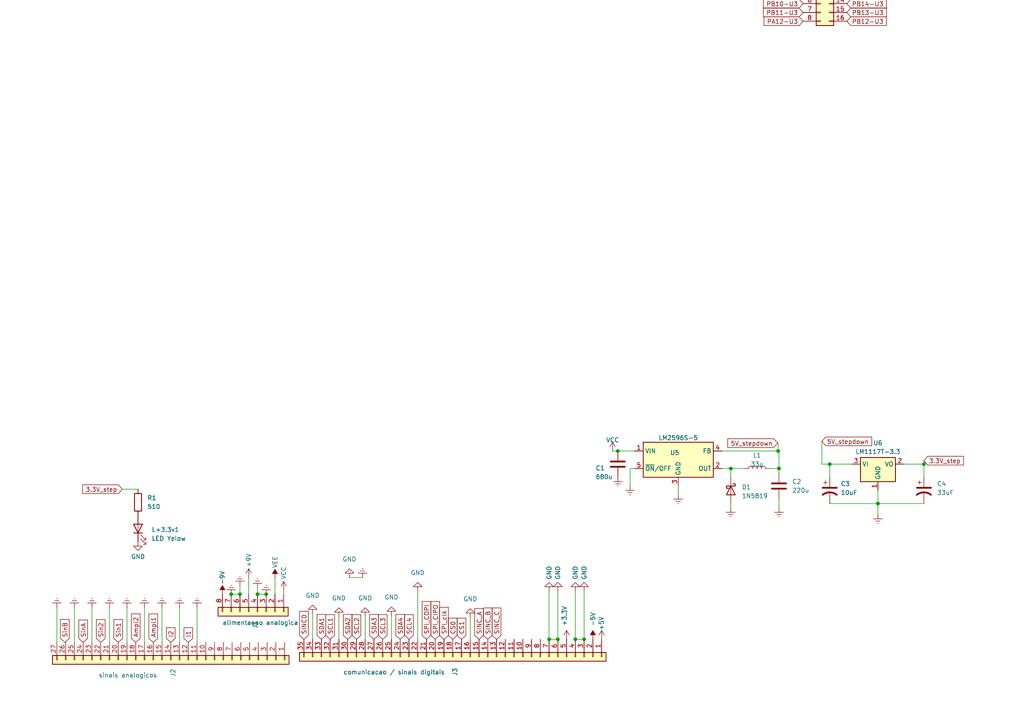
<source format=kicad_sch>
(kicad_sch (version 20230121) (generator eeschema)
  (paper "A4")
  (title_block (title "Placa de aquisicao STM32Bluepill") (date "2024-07-25") (rev "V01") (comment 1 "Autor: Gustavo Pinheiro") (comment 2 "Baseado no barramento V04") (comment 3 "Atenção: os sinais sinc_A , sinc_B e sinc_C foram adicionados ao barramento principal") (comment 4 "4 Canais + amplitude de corrente ou 8 canais"))
  (junction (at -23.9522 424.6372))
  (junction (at -42.418 419.735))
  (junction (at 69.5948 172.339))
  (junction (at 67.0548 172.339))
  (junction (at 254.635 146.05))
  (junction (at 225.679 130.81))
  (junction (at -39.243 445.77))
  (junction (at 179.197 130.81))
  (junction (at 29.591 398.78))
  (junction (at -146.9644 408.8892))
  (junction (at 43.053 398.78))
  (junction (at -29.083 429.26))
  (junction (at 77.2148 172.339))
  (junction (at 29.5402 424.1292))
  (junction (at 159.258 185.42))
  (junction (at -145.7452 383.9972))
  (junction (at 166.878 185.42))
  (junction (at -105.1052 386.6388))
  (junction (at -37.465 396.24))
  (junction (at 48.006 422.275))
  (junction (at 169.418 185.42))
  (junction (at 44.831 448.31))
  (junction (at 161.798 185.42))
  (junction (at 211.963 135.89))
  (junction (at 240.665 134.62))
  (junction (at 34.671 431.8))
  (junction (at -106.3244 411.5308))
  (junction (at 74.6748 172.339))
  (junction (at 225.933 135.89))
  (junction (at 267.97 134.62))
  (junction (at -24.003 396.24))
  (wire (pts (xy 209.423 130.81) (xy 225.679 130.81)))
  (wire (pts (xy 67.0548 172.339) (xy 69.5948 172.339)))
  (wire (pts (xy 44.831 448.31) (xy 48.641 448.31)))
  (wire (pts (xy 259.0292 516.7376) (xy 259.0292 514.9596)))
  (wire (pts (xy 16.51 176.149) (xy 16.51 186.309)))
  (wire (pts (xy 262.255 134.62) (xy 267.97 134.62)))
  (wire (pts (xy 101.346 167.513) (xy 105.156 167.513)))
  (wire (pts (xy 182.753 135.89) (xy 184.023 135.89)))
  (wire (pts (xy -19.7104 376.5296) (xy -19.7104 376.2248)))
  (wire (pts (xy 20.9296 376.4788) (xy 20.9296 376.2248)))
  (wire (pts (xy -106.3244 411.5308) (xy -105.41 411.5308)))
  (wire (pts (xy -105.1052 385.318) (xy -105.1052 386.6388)))
  (wire (pts (xy 72.1348 167.513) (xy 72.1348 172.339)))
  (wire (pts (xy 26.67 176.149) (xy 26.67 186.309)))
  (wire (pts (xy 254.635 142.24) (xy 254.635 146.05)))
  (wire (pts (xy 159.258 171.45) (xy 159.258 185.42)))
  (wire (pts (xy 209.423 135.89) (xy 211.963 135.89)))
  (wire (pts (xy 8.001 436.88) (xy 8.001 434.34)))
  (wire (pts (xy 21.59 396.24) (xy 43.053 396.24)))
  (wire (pts (xy 299.466 -28.9052) (xy 299.466 -30.6832)))
  (wire (pts (xy -24.003 429.26) (xy -23.9522 424.6372)))
  (wire (pts (xy 98.298 178.816) (xy 98.298 185.42)))
  (wire (pts (xy -99.2124 462.4832) (xy -99.2124 463.4992)))
  (wire (pts (xy 343.916 -79.9592) (xy 343.916 -78.9432)))
  (wire (pts (xy 34.671 436.88) (xy 8.001 436.88)))
  (wire (pts (xy -22.8854 424.6372) (xy -23.9522 424.6372)))
  (wire (pts (xy -146.9644 408.8892) (xy -146.9644 410.21)))
  (wire (pts (xy -106.3244 410.21) (xy -106.3244 411.5308)))
  (wire (pts (xy -145.7452 383.9972) (xy -147.32 383.9972)))
  (wire (pts (xy -104.1908 390.398) (xy -105.1052 390.398)))
  (wire (pts (xy 43.053 398.78) (xy 57.531 398.78)))
  (wire (pts (xy 21.59 398.78) (xy 29.591 398.78)))
  (wire (pts (xy 225.933 130.81) (xy 225.933 135.89)))
  (wire (pts (xy -20.2692 368.6048) (xy -19.7104 368.6048)))
  (wire (pts (xy 161.798 171.45) (xy 161.798 185.42)))
  (wire (pts (xy 74.6731 171.659) (xy 74.6748 171.659)))
  (wire (pts (xy -23.5712 373.6848) (xy -19.7104 373.6848)))
  (wire (pts (xy 21.59 176.149) (xy 21.59 186.309)))
  (wire (pts (xy -105.41 415.29) (xy -106.3244 415.29)))
  (wire (pts (xy 52.07 176.149) (xy 52.07 186.309)))
  (wire (pts (xy 44.831 448.31) (xy 44.831 450.85)))
  (wire (pts (xy -146.4564 387.858) (xy -145.7452 387.858)))
  (wire (pts (xy 303.4792 465.6836) (xy 303.4792 466.6996)))
  (wire (pts (xy 21.59 393.1412) (xy 21.59 393.7)))
  (wire (pts (xy 74.6731 170.4476) (xy 74.6731 171.659)))
  (wire (pts (xy 59.055 434.34) (xy 55.626 434.34)))
  (wire (pts (xy 29.591 431.8) (xy 34.671 431.8)))
  (wire (pts (xy -105.0544 381.0508) (xy -105.0544 382.778)))
  (wire (pts (xy -37.465 393.7) (xy -37.465 396.24)))
  (wire (pts (xy 20.9296 368.2492) (xy 20.9296 368.6048)))
  (wire (pts (xy 29.5402 424.1292) (xy 29.591 398.78)))
  (wire (pts (xy -145.7452 390.398) (xy -145.7452 391.0076)))
  (wire (pts (xy -37.465 396.24) (xy -53.34 396.24)))
  (wire (pts (xy -146.9644 408.8892) (xy -148.5392 408.8892)))
  (wire (pts (xy 69.5948 169.799) (xy 69.5948 172.339)))
  (wire (pts (xy -145.7452 382.778) (xy -145.7452 383.9972)))
  (wire (pts (xy 58.42 411.099) (xy 58.42 431.8)))
  (wire (pts (xy 254.635 146.05) (xy 267.97 146.05)))
  (wire (pts (xy -39.243 445.77) (xy -43.053 445.77)))
  (wire (pts (xy 238.379 134.62) (xy 240.665 134.62)))
  (wire (pts (xy -106.2736 405.9428) (xy -106.2736 407.67)))
  (wire (pts (xy 225.679 130.81) (xy 225.933 130.81)))
  (wire (pts (xy 225.679 128.524) (xy 225.552 128.524)))
  (wire (pts (xy 136.398 179.07) (xy 136.398 185.42)))
  (wire (pts (xy 57.15 176.149) (xy 57.15 186.309)))
  (wire (pts (xy 179.197 130.81) (xy 184.023 130.81)))
  (wire (pts (xy 79.755 167.6559) (xy 79.755 172.339)))
  (wire (pts (xy 211.963 147.32) (xy 211.963 146.05)))
  (wire (pts (xy -146.9644 407.67) (xy -146.9644 408.8892)))
  (wire (pts (xy -37.338 419.735) (xy -42.418 419.735)))
  (wire (pts (xy -146.9644 416.306) (xy -146.9644 415.29)))
  (wire (pts (xy 58.42 431.8) (xy 55.626 431.8)))
  (wire (pts (xy 240.665 138.43) (xy 240.665 134.62)))
  (wire (pts (xy -106.3244 411.5308) (xy -106.3244 412.75)))
  (wire (pts (xy 79.755 172.339) (xy 79.7548 172.339)))
  (wire (pts (xy 40.64 398.78) (xy 43.053 398.78)))
  (wire (pts (xy 166.878 185.42) (xy 169.418 185.42)))
  (wire (pts (xy 74.6748 171.659) (xy 74.6748 172.339)))
  (wire (pts (xy 48.641 448.31) (xy 48.641 445.135)))
  (wire (pts (xy -105.1052 382.778) (xy -105.0544 382.778)))
  (wire (pts (xy 41.021 448.31) (xy 41.021 445.135)))
  (wire (pts (xy -51.943 431.8) (xy -50.038 431.8)))
  (wire (pts (xy 36.83 176.149) (xy 36.83 186.309)))
  (wire (pts (xy -35.433 445.77) (xy -39.243 445.77)))
  (wire (pts (xy 21.8948 373.6848) (xy 20.9296 373.6848)))
  (wire (pts (xy 182.753 140.97) (xy 182.753 135.89)))
  (wire (pts (xy -21.844 398.78) (xy -19.05 398.78)))
  (wire (pts (xy -42.418 418.846) (xy -42.418 419.735)))
  (wire (pts (xy 254.635 146.05) (xy 254.635 149.225)))
  (wire (pts (xy 20.9296 371.1448) (xy 21.844 371.1448)))
  (wire (pts (xy 166.878 171.45) (xy 166.878 185.42)))
  (wire (pts (xy 105.918 178.816) (xy 105.918 185.42)))
  (wire (pts (xy 41.021 448.31) (xy 44.831 448.31)))
  (wire (pts (xy -43.053 445.77) (xy -43.053 442.595)))
  (wire (pts (xy 59.69 405.765) (xy 59.69 436.88)))
  (wire (pts (xy 225.933 147.32) (xy 225.933 144.78)))
  (wire (pts (xy 240.665 134.62) (xy 247.015 134.62)))
  (wire (pts (xy -22.2504 434.34) (xy -29.083 434.34)))
  (wire (pts (xy 267.97 134.62) (xy 267.97 138.43)))
  (wire (pts (xy 82.296 171.232) (xy 82.296 172.339)))
  (wire (pts (xy -39.243 445.77) (xy -39.243 448.31)))
  (wire (pts (xy 169.418 171.45) (xy 169.418 185.42)))
  (wire (pts (xy 34.671 431.8) (xy 34.671 434.34)))
  (wire (pts (xy 82.2948 172.339) (xy 82.296 172.339)))
  (wire (pts (xy 48.006 420.751) (xy 48.006 422.275)))
  (wire (pts (xy 211.963 135.89) (xy 211.963 138.43)))
  (wire (pts (xy -53.848 434.34) (xy -50.038 434.34)))
  (wire (pts (xy 177.673 130.81) (xy 179.197 130.81)))
  (wire (pts (xy 43.053 396.24) (xy 43.053 398.78)))
  (wire (pts (xy 59.69 436.88) (xy 55.626 436.88)))
  (wire (pts (xy 267.97 133.604) (xy 267.97 134.62)))
  (wire (pts (xy -106.3244 407.67) (xy -106.2736 407.67)))
  (wire (pts (xy 28.1178 424.1292) (xy 29.5402 424.1292)))
  (wire (pts (xy 159.258 185.42) (xy 161.798 185.42)))
  (wire (pts (xy -37.465 393.7) (xy -19.05 393.7)))
  (wire (pts (xy 19.05 186.309) (xy 18.796 186.309)))
  (wire (pts (xy -21.844 414.147) (xy -21.844 398.78)))
  (wire (pts (xy 40.0304 141.8844) (xy 35.4584 141.8844)))
  (wire (pts (xy -50.038 411.988) (xy -50.038 429.26)))
  (wire (pts (xy 29.591 431.8) (xy 29.5402 424.1292)))
  (wire (pts (xy -145.7452 383.9972) (xy -145.7452 385.318)))
  (wire (pts (xy -24.003 396.24) (xy -19.05 396.24)))
  (wire (pts (xy 21.59 412.877) (xy 21.59 401.32)))
  (wire (pts (xy 225.679 130.81) (xy 225.679 128.524)))
  (wire (pts (xy 225.933 135.89) (xy 225.933 137.16)))
  (wire (pts (xy 59.055 408.432) (xy 59.055 434.34)))
  (wire (pts (xy -147.7264 412.75) (xy -146.9644 412.75)))
  (wire (pts (xy 240.665 146.05) (xy 254.635 146.05)))
  (wire (pts (xy 29.591 398.78) (xy 33.02 398.78)))
  (wire (pts (xy 196.723 143.51) (xy 196.723 140.97)))
  (wire (pts (xy -35.052 396.24) (xy -37.465 396.24)))
  (wire (pts (xy 238.379 128.016) (xy 238.379 134.62)))
  (wire (pts (xy -105.1052 386.6388) (xy -105.1052 387.858)))
  (wire (pts (xy 74.6748 172.339) (xy 77.2148 172.339)))
  (wire (pts (xy -35.433 445.77) (xy -35.433 442.595)))
  (wire (pts (xy 42.926 422.275) (xy 48.006 422.275)))
  (wire (pts (xy 223.393 135.89) (xy 225.933 135.89)))
  (wire (pts (xy 90.678 178.054) (xy 90.678 185.42)))
  (wire (pts (xy -29.083 429.26) (xy -29.083 431.8)))
  (wire (pts (xy -143.6624 513.5372) (xy -143.6624 511.7592)))
  (wire (pts (xy 261.7216 -78.8416) (xy 261.7216 -77.8256)))
  (wire (pts (xy -19.05 401.32) (xy -19.05 403.225)))
  (wire (pts (xy -24.003 396.24) (xy -27.432 396.24)))
  (wire (pts (xy 41.91 176.149) (xy 41.91 186.309)))
  (wire (pts (xy 113.538 178.562) (xy 113.538 185.42)))
  (wire (pts (xy -53.848 406.908) (xy -53.848 434.34)))
  (wire (pts (xy 217.2716 -27.7876) (xy 217.2716 -29.5656)))
  (wire (pts (xy 31.75 176.149) (xy 31.75 186.309)))
  (wire (pts (xy -105.1052 386.6388) (xy -104.1908 386.6388)))
  (wire (pts (xy 211.963 135.89) (xy 215.773 135.89)))
  (wire (pts (xy 121.158 171.45) (xy 121.158 185.42)))
  (wire (pts (xy -24.003 429.26) (xy -29.083 429.26)))
  (wire (pts (xy -20.32 371.1448) (xy -19.7104 371.1448)))
  (wire (pts (xy 46.99 176.149) (xy 46.99 186.309)))
  (wire (pts (xy -51.943 409.448) (xy -51.943 431.8)))
  (wire (pts (xy -23.9522 424.6372) (xy -24.003 396.24)))
  (text "G  = -Rf/Rs\n" (at -5.08 422.402 0) (effects (font (size 1.27 1.27)) (justify left bottom)))
  (text "ganho_programavel\n" (at -63.5508 382.7272 0) (effects (font (size 1.27 1.27)) (justify left bottom)))
  (text "DigPot3\n" (at 34.544 419.735 0) (effects (font (size 1.27 1.27)) (justify left bottom)))
  (text "DigPot1\n" (at -35.687 417.703 0) (effects (font (size 1.27 1.27)) (justify left bottom)))
  (text "buffer entrada\n" (at -159.766 372.4148 0) (effects (font (size 1.27 1.27)) (justify left bottom)))
  (global_label "3.3V_step" (shape input) (at 267.97 133.604 0) (property "Intersheetrefs" "${INTERSHEET_REFS}" (effects hide)))
  (global_label "sign_C4" (shape input) (at 259.0292 497.1796 180) (property "Intersheetrefs" "${INTERSHEET_REFS}" (effects hide)))
  (global_label "Canal_3_buffer" (shape input) (at 14.2748 479.6028 90) (property "Intersheetrefs" "${INTERSHEET_REFS}" (effects hide)))
  (global_label "PA2-U3" (shape input) (at 232.918 -4.0132 180) (property "Intersheetrefs" "${INTERSHEET_REFS}" (effects hide)))
  (global_label "Pot1_CS_(X9c104)" (shape input) (at -53.848 406.908 0) (property "Intersheetrefs" "${INTERSHEET_REFS}" (effects hide)))
  (global_label "SINC_B" (shape input) (at 217.2716 -52.4256 180) (property "Intersheetrefs" "${INTERSHEET_REFS}" (effects hide)))
  (global_label "Pot3_X9c10x_U{slash}D" (shape input) (at -99.2124 486.3592 0) (property "Intersheetrefs" "${INTERSHEET_REFS}" (effects hide)))
  (global_label "PA10-U1" (shape input) (at -115.57 532.13 0) (property "Intersheetrefs" "${INTERSHEET_REFS}" (effects hide)))
  (global_label "SPI_clk" (shape input) (at 128.778 185.42 90) (property "Intersheetrefs" "${INTERSHEET_REFS}" (effects hide)))
  (global_label "sign_C5" (shape input) (at 57.15 -31.75 180) (property "Intersheetrefs" "${INTERSHEET_REFS}" (effects hide)))
  (global_label "PC13-U1" (shape input) (at -143.6624 466.0392 180) (property "Intersheetrefs" "${INTERSHEET_REFS}" (effects hide)))
  (global_label "I1" (shape input) (at 54.61 186.309 90) (property "Intersheetrefs" "${INTERSHEET_REFS}" (effects hide)))
  (global_label "Pot6_X9c10x_U{slash}D" (shape input) (at -3.048 -16.002 180) (property "Intersheetrefs" "${INTERSHEET_REFS}" (effects hide)))
  (global_label "PC15-U3" (shape input) (at 232.918 -6.5532 180) (property "Intersheetrefs" "${INTERSHEET_REFS}" (effects hide)))
  (global_label "PA9-U1" (shape input) (at -115.57 534.67 0) (property "Intersheetrefs" "${INTERSHEET_REFS}" (effects hide)))
  (global_label "PC14-U4" (shape input) (at 299.466 -73.8632 180) (property "Intersheetrefs" "${INTERSHEET_REFS}" (effects hide)))
  (global_label "PA8-U1" (shape input) (at -99.2124 501.5992 0) (property "Intersheetrefs" "${INTERSHEET_REFS}" (effects hide)))
  (global_label "PA11-U1" (shape input) (at -99.2124 493.9792 0) (property "Intersheetrefs" "${INTERSHEET_REFS}" (effects hide)))
  (global_label "Pot3_X9c10x_U{slash}D" (shape input) (at 74.5236 -59.436 0) (property "Intersheetrefs" "${INTERSHEET_REFS}" (effects hide)))
  (global_label "PA10-U3" (shape input) (at 245.618 -9.0932 0) (property "Intersheetrefs" "${INTERSHEET_REFS}" (effects hide)))
  (global_label "Pot8_CS_(X9c104)" (shape input) (at 9.652 -18.542 0) (property "Intersheetrefs" "${INTERSHEET_REFS}" (effects hide)))
  (global_label "PC15-U3" (shape input) (at 217.2716 -70.2056 180) (property "Intersheetrefs" "${INTERSHEET_REFS}" (effects hide)))
  (global_label "SCL1" (shape input) (at 343.916 -63.7032 0) (property "Intersheetrefs" "${INTERSHEET_REFS}" (effects hide)))
  (global_label "Canal_3" (shape input) (at -104.1908 390.398 0) (property "Intersheetrefs" "${INTERSHEET_REFS}" (effects hide)))
  (global_label "SDA3" (shape input) (at 108.458 185.42 90) (property "Intersheetrefs" "${INTERSHEET_REFS}" (effects hide)))
  (global_label "Pot8_X9c10x_INC" (shape input) (at 9.652 -13.462 0) (property "Intersheetrefs" "${INTERSHEET_REFS}" (effects hide)))
  (global_label "PC14-U3" (shape input) (at 232.918 -9.0932 180) (property "Intersheetrefs" "${INTERSHEET_REFS}" (effects hide)))
  (global_label "PB15-U3" (shape input) (at 261.7216 -37.1856 0) (property "Intersheetrefs" "${INTERSHEET_REFS}" (effects hide)))
  (global_label "Pot1_CS_(X9c104)" (shape input) (at 0.762 -56.642 180) (property "Intersheetrefs" "${INTERSHEET_REFS}" (effects hide)))
  (global_label "Pot7_X9c10x_U{slash}D" (shape input) (at 69.85 -24.13 0) (property "Intersheetrefs" "${INTERSHEET_REFS}" (effects hide)))
  (global_label "sign_C3" (shape input) (at 74.5236 -67.056 0) (property "Intersheetrefs" "${INTERSHEET_REFS}" (effects hide)))
  (global_label "PB14-U1" (shape input) (at -99.2124 506.6792 0) (property "Intersheetrefs" "${INTERSHEET_REFS}" (effects hide)))
  (global_label "CS1" (shape input) (at 133.858 185.42 90) (property "Intersheetrefs" "${INTERSHEET_REFS}" (effects hide)))
  (global_label "PA11-U1" (shape input) (at -115.57 529.59 0) (property "Intersheetrefs" "${INTERSHEET_REFS}" (effects hide)))
  (global_label "PA11-U4" (shape input) (at 343.916 -48.4632 0) (property "Intersheetrefs" "${INTERSHEET_REFS}" (effects hide)))
  (global_label "PB11-U2" (shape input) (at 274.32 549.91 180) (property "Intersheetrefs" "${INTERSHEET_REFS}" (effects hide)))
  (global_label "SDA2" (shape input) (at 100.838 185.42 90) (property "Intersheetrefs" "${INTERSHEET_REFS}" (effects hide)))
  (global_label "Pot7_X9c10x_INC" (shape input) (at 69.85 -21.59 0) (property "Intersheetrefs" "${INTERSHEET_REFS}" (effects hide)))
  (global_label "PB14-U3" (shape input) (at 245.618 1.0668 0) (property "Intersheetrefs" "${INTERSHEET_REFS}" (effects hide)))
  (global_label "Pot8_X9c10x_U{slash}D" (shape input) (at 9.652 -16.002 0) (property "Intersheetrefs" "${INTERSHEET_REFS}" (effects hide)))
  (global_label "PB11-U4" (shape input) (at 299.466 -40.8432 180) (property "Intersheetrefs" "${INTERSHEET_REFS}" (effects hide)))
  (global_label "PB12-U2" (shape input) (at 303.4792 514.9596 0) (property "Intersheetrefs" "${INTERSHEET_REFS}" (effects hide)))
  (global_label "PA2-U2" (shape input) (at 274.32 542.29 180) (property "Intersheetrefs" "${INTERSHEET_REFS}" (effects hide)))
  (global_label "PB15-U1" (shape input) (at -115.57 539.75 0) (property "Intersheetrefs" "${INTERSHEET_REFS}" (effects hide)))
  (global_label "Pot4_CS_(X9c104)" (shape input) (at 343.916 -71.3232 0) (property "Intersheetrefs" "${INTERSHEET_REFS}" (effects hide)))
  (global_label "PB13-U2" (shape input) (at 303.4792 512.4196 0) (property "Intersheetrefs" "${INTERSHEET_REFS}" (effects hide)))
  (global_label "PB14-U4" (shape input) (at 343.916 -35.7632 0) (property "Intersheetrefs" "${INTERSHEET_REFS}" (effects hide)))
  (global_label "PB15-U2" (shape input) (at 303.4792 507.3396 0) (property "Intersheetrefs" "${INTERSHEET_REFS}" (effects hide)))
  (global_label "Ampl2" (shape input) (at 217.2716 -57.5056 180) (property "Intersheetrefs" "${INTERSHEET_REFS}" (effects hide)))
  (global_label "sign_C6" (shape input) (at -3.048 -28.702 180) (property "Intersheetrefs" "${INTERSHEET_REFS}" (effects hide)))
  (global_label "Ampl1" (shape input) (at 44.45 186.309 90) (property "Intersheetrefs" "${INTERSHEET_REFS}" (effects hide)))
  (global_label "PA8-U3" (shape input) (at 261.7216 -39.7256 0) (property "Intersheetrefs" "${INTERSHEET_REFS}" (effects hide)))
  (global_label "sign_C2" (shape input) (at 61.8236 -64.516 180) (property "Intersheetrefs" "${INTERSHEET_REFS}" (effects hide)))
  (global_label "SDA1" (shape input) (at 93.218 185.42 90) (property "Intersheetrefs" "${INTERSHEET_REFS}" (effects hide)))
  (global_label "PC13-U3" (shape input) (at 232.918 -11.6332 180) (property "Intersheetrefs" "${INTERSHEET_REFS}" (effects hide)))
  (global_label "PB11-U2" (shape input) (at 259.0292 504.7996 180) (property "Intersheetrefs" "${INTERSHEET_REFS}" (effects hide)))
  (global_label "SINC_A" (shape input) (at 259.0292 489.5596 180) (property "Intersheetrefs" "${INTERSHEET_REFS}" (effects hide)))
  (global_label "PB12-U1" (shape input) (at -99.2124 511.7592 0) (property "Intersheetrefs" "${INTERSHEET_REFS}" (effects hide)))
  (global_label "PC14-U2" (shape input) (at 259.0292 471.7796 180) (property "Intersheetrefs" "${INTERSHEET_REFS}" (effects hide)))
  (global_label "Canal_3" (shape input) (at 10.16 506.73 90) (property "Intersheetrefs" "${INTERSHEET_REFS}" (effects hide)))
  (global_label "sign_C8" (shape input) (at 69.85 -29.21 0) (property "Intersheetrefs" "${INTERSHEET_REFS}" (effects hide)))
  (global_label "3.3V_step" (shape input) (at 35.4584 141.8844 180) (property "Intersheetrefs" "${INTERSHEET_REFS}" (effects hide)))
  (global_label "Canal_1_gain" (shape input) (at -20.2692 368.6048 180) (property "Intersheetrefs" "${INTERSHEET_REFS}" (effects hide)))
  (global_label "Pot7_X9c10x_INC" (shape input) (at 261.7216 -52.4256 0) (property "Intersheetrefs" "${INTERSHEET_REFS}" (effects hide)))
  (global_label "PC13-U3" (shape input) (at 217.2716 -75.2856 180) (property "Intersheetrefs" "${INTERSHEET_REFS}" (effects hide)))
  (global_label "sign_C6" (shape input) (at 57.15 -29.21 180) (property "Intersheetrefs" "${INTERSHEET_REFS}" (effects hide)))
  (global_label "PB10-U4" (shape input) (at 314.96 -1.27 180) (property "Intersheetrefs" "${INTERSHEET_REFS}" (effects hide)))
  (global_label "Canal_1" (shape input) (at -16.51 480.06 90) (property "Intersheetrefs" "${INTERSHEET_REFS}" (effects hide)))
  (global_label "In_gain_1" (shape input) (at -22.2504 434.34 0) (property "Intersheetrefs" "${INTERSHEET_REFS}" (effects hide)))
  (global_label "Pot7_CS_(X9c104)" (shape input) (at 261.7216 -57.5056 0) (property "Intersheetrefs" "${INTERSHEET_REFS}" (effects hide)))
  (global_label "Pot5_CS_(X9c104)" (shape input) (at 57.15 -26.67 180) (property "Intersheetrefs" "${INTERSHEET_REFS}" (effects hide)))
  (global_label "PA11-U2" (shape input) (at 287.02 534.67 0) (property "Intersheetrefs" "${INTERSHEET_REFS}" (effects hide)))
  (global_label "SINC_B" (shape input) (at 299.466 -53.5432 180) (property "Intersheetrefs" "${INTERSHEET_REFS}" (effects hide)))
  (global_label "Pot3_X9c10x_INC" (shape input) (at 261.7216 -60.0456 0) (property "Intersheetrefs" "${INTERSHEET_REFS}" (effects hide)))
  (global_label "In_gain_1" (shape input) (at -13.97 506.73 90) (property "Intersheetrefs" "${INTERSHEET_REFS}" (effects hide)))
  (global_label "Pot2_CS_(X9c104)" (shape input) (at 61.8236 -54.356 180) (property "Intersheetrefs" "${INTERSHEET_REFS}" (effects hide)))
  (global_label "Pot6_CS_(X9c104)" (shape input) (at -3.048 -18.542 180) (property "Intersheetrefs" "${INTERSHEET_REFS}" (effects hide)))
  (global_label "PA8-U2" (shape input) (at 287.02 542.29 0) (property "Intersheetrefs" "${INTERSHEET_REFS}" (effects hide)))
  (global_label "PA2-U4" (shape input) (at 314.96 -6.35 180) (property "Intersheetrefs" "${INTERSHEET_REFS}" (effects hide)))
  (global_label "PA11-U4" (shape input) (at 327.66 -13.97 0) (property "Intersheetrefs" "${INTERSHEET_REFS}" (effects hide)))
  (global_label "PA9-U3" (shape input) (at 261.7216 -42.2656 0) (property "Intersheetrefs" "${INTERSHEET_REFS}" (effects hide)))
  (global_label "sign_C3" (shape input) (at -222.25 448.31 90) (property "Intersheetrefs" "${INTERSHEET_REFS}" (effects hide)))
  (global_label "Pot8_X9c10x_U{slash}D" (shape input) (at 69.85 -16.51 0) (property "Intersheetrefs" "${INTERSHEET_REFS}" (effects hide)))
  (global_label "PB11-U1" (shape input) (at -128.27 544.83 180) (property "Intersheetrefs" "${INTERSHEET_REFS}" (effects hide)))
  (global_label "PA10-U3" (shape input) (at 261.7216 -44.8056 0) (property "Intersheetrefs" "${INTERSHEET_REFS}" (effects hide)))
  (global_label "SDA1" (shape input) (at 303.4792 479.3996 0) (property "Intersheetrefs" "${INTERSHEET_REFS}" (effects hide)))
  (global_label "Pot8_CS_(X9c104)" (shape input) (at 69.85 -19.05 0) (property "Intersheetrefs" "${INTERSHEET_REFS}" (effects hide)))
  (global_label "3.3V_step" (shape input) (at 303.4792 465.6836 0) (property "Intersheetrefs" "${INTERSHEET_REFS}" (effects hide)))
  (global_label "SINC_C" (shape input) (at 259.0292 494.6396 180) (property "Intersheetrefs" "${INTERSHEET_REFS}" (effects hide)))
  (global_label "Pot1_X9c10x_INC" (shape input) (at -99.2124 481.2792 0) (property "Intersheetrefs" "${INTERSHEET_REFS}" (effects hide)))
  (global_label "SINC_C" (shape input) (at 299.466 -51.0032 180) (property "Intersheetrefs" "${INTERSHEET_REFS}" (effects hide)))
  (global_label "Ampl1" (shape input) (at 217.2716 -65.1256 180) (property "Intersheetrefs" "${INTERSHEET_REFS}" (effects hide)))
  (global_label "Pot3_X9c10x_U{slash}D" (shape input) (at 261.7216 -67.6656 0) (property "Intersheetrefs" "${INTERSHEET_REFS}" (effects hide)))
  (global_label "PA12-U3" (shape input) (at 232.918 6.1468 180) (property "Intersheetrefs" "${INTERSHEET_REFS}" (effects hide)))
  (global_label "PA3_U4" (shape input) (at 314.96 -3.81 180) (property "Intersheetrefs" "${INTERSHEET_REFS}" (effects hide)))
  (global_label "sign_C3" (shape input) (at -143.6624 493.9792 180) (property "Intersheetrefs" "${INTERSHEET_REFS}" (effects hide)))
  (global_label "sign_C4" (shape input) (at -219.71 448.31 90) (property "Intersheetrefs" "${INTERSHEET_REFS}" (effects hide)))
  (global_label "Pot1_X9c10x_U{slash}D" (shape input) (at 0.762 -54.102 180) (property "Intersheetrefs" "${INTERSHEET_REFS}" (effects hide)))
  (global_label "sign_C4" (shape input) (at 13.462 -59.182 0) (property "Intersheetrefs" "${INTERSHEET_REFS}" (effects hide)))
  (global_label "Canal_1_buffer" (shape input) (at -11.43 506.73 90) (property "Intersheetrefs" "${INTERSHEET_REFS}" (effects hide)))
  (global_label "Ampl2" (shape input) (at 39.37 186.309 90) (property "Intersheetrefs" "${INTERSHEET_REFS}" (effects hide)))
  (global_label "PB15-U4" (shape input) (at 327.66 -3.81 0) (property "Intersheetrefs" "${INTERSHEET_REFS}" (effects hide)))
  (global_label "PC14-U1" (shape input) (at -143.6624 468.5792 180) (property "Intersheetrefs" "${INTERSHEET_REFS}" (effects hide)))
  (global_label "SINC_B" (shape input) (at -143.6624 488.8992 180) (property "Intersheetrefs" "${INTERSHEET_REFS}" (effects hide)))
  (global_label "Pot6_X9c10x_U{slash}D" (shape input) (at 303.4792 489.5596 0) (property "Intersheetrefs" "${INTERSHEET_REFS}" (effects hide)))
  (global_label "Pot3_CS_(X9c104)" (shape input) (at 74.5236 -61.976 0) (property "Intersheetrefs" "${INTERSHEET_REFS}" (effects hide)))
  (global_label "PB13-U1" (shape input) (at -115.57 544.83 0) (property "Intersheetrefs" "${INTERSHEET_REFS}" (effects hide)))
  (global_label "SINCD" (shape input) (at -143.6624 496.5192 180) (property "Intersheetrefs" "${INTERSHEET_REFS}" (effects hide)))
  (global_label "Ampl1" (shape input) (at 259.0292 479.3996 180) (property "Intersheetrefs" "${INTERSHEET_REFS}" (effects hide)))
  (global_label "PA2-U4" (shape input) (at 299.466 -63.7032 180) (property "Intersheetrefs" "${INTERSHEET_REFS}" (effects hide)))
  (global_label "Pot4_X9c10x_INC" (shape input) (at 74.5236 -49.276 0) (property "Intersheetrefs" "${INTERSHEET_REFS}" (effects hide)))
  (global_label "3.3V_step" (shape input) (at 261.7216 -78.8416 0) (property "Intersheetrefs" "${INTERSHEET_REFS}" (effects hide)))
  (global_label "sign_C7" (shape input) (at 69.85 -31.75 0) (property "Intersheetrefs" "${INTERSHEET_REFS}" (effects hide)))
  (global_label "PC15-U1" (shape input) (at -143.6624 471.1192 180) (property "Intersheetrefs" "${INTERSHEET_REFS}" (effects hide)))
  (global_label "PA9-U4" (shape input) (at 327.66 -8.89 0) (property "Intersheetrefs" "${INTERSHEET_REFS}" (effects hide)))
  (global_label "PC14-U2" (shape input) (at 274.32 537.21 180) (property "Intersheetrefs" "${INTERSHEET_REFS}" (effects hide)))
  (global_label "5V_stepdown" (shape input) (at 238.379 128.016 0) (property "Intersheetrefs" "${INTERSHEET_REFS}" (effects hide)))
  (global_label "Ampl1" (shape input) (at 299.466 -66.2432 180) (property "Intersheetrefs" "${INTERSHEET_REFS}" (effects hide)))
  (global_label "Pot4_CS_(X9c104)" (shape input) (at 13.462 -49.022 0) (property "Intersheetrefs" "${INTERSHEET_REFS}" (effects hide)))
  (global_label "Pot7_X9c10x_U{slash}D" (shape input) (at 9.652 -23.622 0) (property "Intersheetrefs" "${INTERSHEET_REFS}" (effects hide)))
  (global_label "PB12-U4" (shape input) (at 343.916 -30.6832 0) (property "Intersheetrefs" "${INTERSHEET_REFS}" (effects hide)))
  (global_label "Pot1_X9c10x_INC" (shape input) (at -50.038 411.988 0) (property "Intersheetrefs" "${INTERSHEET_REFS}" (effects hide)))
  (global_label "Pot7_CS_(X9c104)" (shape input) (at 69.85 -26.67 0) (property "Intersheetrefs" "${INTERSHEET_REFS}" (effects hide)))
  (global_label "Pot3_X9c10x_U{slash}D" (shape input) (at 59.055 408.432 180) (property "Intersheetrefs" "${INTERSHEET_REFS}" (effects hide)))
  (global_label "SCL2" (shape input) (at 103.378 185.42 90) (property "Intersheetrefs" "${INTERSHEET_REFS}" (effects hide)))
  (global_label "Canal_3_buffer" (shape input) (at -104.1908 386.6388 0) (property "Intersheetrefs" "${INTERSHEET_REFS}" (effects hide)))
  (global_label "Pot5_X9c10x_U{slash}D" (shape input) (at 57.15 -24.13 180) (property "Intersheetrefs" "${INTERSHEET_REFS}" (effects hide)))
  (global_label "PB13-U4" (shape input) (at 343.916 -33.2232 0) (property "Intersheetrefs" "${INTERSHEET_REFS}" (effects hide)))
  (global_label "SCL3" (shape input) (at 110.998 185.42 90) (property "Intersheetrefs" "${INTERSHEET_REFS}" (effects hide)))
  (global_label "PA12-U2" (shape input) (at 303.4792 494.6396 0) (property "Intersheetrefs" "${INTERSHEET_REFS}" (effects hide)))
  (global_label "SINC_A" (shape input) (at 299.466 -56.0832 180) (property "Intersheetrefs" "${INTERSHEET_REFS}" (effects hide)))
  (global_label "PA2-U1" (shape input) (at -143.6624 478.7392 180) (property "Intersheetrefs" "${INTERSHEET_REFS}" (effects hide)))
  (global_label "Pot8_X9c10x_U{slash}D" (shape input) (at 343.916 -56.0832 0) (property "Intersheetrefs" "${INTERSHEET_REFS}" (effects hide)))
  (global_label "Sin2" (shape input) (at 29.21 186.309 90) (property "Intersheetrefs" "${INTERSHEET_REFS}" (effects hide)))
  (global_label "PB15-U3" (shape input) (at 245.618 -1.4732 0) (property "Intersheetrefs" "${INTERSHEET_REFS}" (effects hide)))
  (global_label "Pot3_CS_(X9c104)" (shape input) (at 261.7216 -70.2056 0) (property "Intersheetrefs" "${INTERSHEET_REFS}" (effects hide)))
  (global_label "SINC_B" (shape input) (at 259.0292 492.0996 180) (property "Intersheetrefs" "${INTERSHEET_REFS}" (effects hide)))
  (global_label "5V_stepdown" (shape input) (at 225.552 128.524 180) (property "Intersheetrefs" "${INTERSHEET_REFS}" (effects hide)))
  (global_label "PC13-U4" (shape input) (at 299.466 -76.4032 180) (property "Intersheetrefs" "${INTERSHEET_REFS}" (effects hide)))
  (global_label "Pot1_X9c10x_INC" (shape input) (at 0.762 -51.562 180) (property "Intersheetrefs" "${INTERSHEET_REFS}" (effects hide)))
  (global_label "auxiliar_3" (shape input) (at 28.1178 424.1292 180) (property "Intersheetrefs" "${INTERSHEET_REFS}" (effects hide)))
  (global_label "Pot7_CS_(X9c104)" (shape input) (at 9.652 -26.162 0) (property "Intersheetrefs" "${INTERSHEET_REFS}" (effects hide)))
  (global_label "SINC_A" (shape input) (at 138.938 185.42 90) (property "Intersheetrefs" "${INTERSHEET_REFS}" (effects hide)))
  (global_label "PC13-U4" (shape input) (at 314.96 -13.97 180) (property "Intersheetrefs" "${INTERSHEET_REFS}" (effects hide)))
  (global_label "SINCD" (shape input) (at 259.0292 499.7196 180) (property "Intersheetrefs" "${INTERSHEET_REFS}" (effects hide)))
  (global_label "PB10-U4" (shape input) (at 299.466 -43.3832 180) (property "Intersheetrefs" "${INTERSHEET_REFS}" (effects hide)))
  (global_label "Pot1_X9c10x_U{slash}D" (shape input) (at -99.2124 473.6592 0) (property "Intersheetrefs" "${INTERSHEET_REFS}" (effects hide)))
  (global_label "sign_C1" (shape input) (at -227.33 448.31 90) (property "Intersheetrefs" "${INTERSHEET_REFS}" (effects hide)))
  (global_label "PA2-U1" (shape input) (at -128.27 537.21 180) (property "Intersheetrefs" "${INTERSHEET_REFS}" (effects hide)))
  (global_label "Pot2_X9c10x_INC" (shape input) (at 303.4792 484.4796 0) (property "Intersheetrefs" "${INTERSHEET_REFS}" (effects hide)))
  (global_label "PA9-U4" (shape input) (at 343.916 -43.3832 0) (property "Intersheetrefs" "${INTERSHEET_REFS}" (effects hide)))
  (global_label "Pot3_X9c10x_INC" (shape input) (at -99.2124 488.8992 0) (property "Intersheetrefs" "${INTERSHEET_REFS}" (effects hide)))
  (global_label "SCL4" (shape input) (at 118.618 185.42 90) (property "Intersheetrefs" "${INTERSHEET_REFS}" (effects hide)))
  (global_label "Canal_3_buffer" (shape input) (at -105.41 411.5308 0) (property "Intersheetrefs" "${INTERSHEET_REFS}" (effects hide)))
  (global_label "sign_C2" (shape input) (at -224.79 448.31 90) (property "Intersheetrefs" "${INTERSHEET_REFS}" (effects hide)))
  (global_label "PA11-U2" (shape input) (at 303.4792 497.1796 0) (property "Intersheetrefs" "${INTERSHEET_REFS}" (effects hide)))
  (global_label "sign_C7" (shape input) (at 217.2716 -47.3456 180) (property "Intersheetrefs" "${INTERSHEET_REFS}" (effects hide)))
  (global_label "sign_C5" (shape input) (at -3.048 -31.242 180) (property "Intersheetrefs" "${INTERSHEET_REFS}" (effects hide)))
  (global_label "PB14-U1" (shape input) (at -115.57 542.29 0) (property "Intersheetrefs" "${INTERSHEET_REFS}" (effects hide)))
  (global_label "SPI_CIPO" (shape input) (at 126.238 185.42 90) (property "Intersheetrefs" "${INTERSHEET_REFS}" (effects hide)))
  (global_label "3.3V_step" (shape input) (at -99.2124 462.4832 0) (property "Intersheetrefs" "${INTERSHEET_REFS}" (effects hide)))
  (global_label "In_gain_3" (shape input) (at 8.001 434.34 180) (property "Intersheetrefs" "${INTERSHEET_REFS}" (effects hide)))
  (global_label "sign_C2" (shape input) (at 259.0292 476.8596 180) (property "Intersheetrefs" "${INTERSHEET_REFS}" (effects hide)))
  (global_label "PA3_U1" (shape input) (at -128.27 539.75 180) (property "Intersheetrefs" "${INTERSHEET_REFS}" (effects hide)))
  (global_label "Canal_1_buffer" (shape input) (at -147.32 383.9972 180) (property "Intersheetrefs" "${INTERSHEET_REFS}" (effects hide)))
  (global_label "Canal_3" (shape input) (at 9.1948 479.6028 90) (property "Intersheetrefs" "${INTERSHEET_REFS}" (effects hide)))
  (global_label "PA3_U2" (shape input) (at 259.0292 484.4796 180) (property "Intersheetrefs" "${INTERSHEET_REFS}" (effects hide)))
  (global_label "Pot3_X9c10x_INC" (shape input) (at 13.462 -51.562 0) (property "Intersheetrefs" "${INTERSHEET_REFS}" (effects hide)))
  (global_label "SinA" (shape input) (at 24.13 186.309 90) (property "Intersheetrefs" "${INTERSHEET_REFS}" (effects hide)))
  (global_label "Canal_3_buffer" (shape input) (at 15.24 506.73 90) (property "Intersheetrefs" "${INTERSHEET_REFS}" (effects hide)))
  (global_label "sign_C1" (shape input) (at 61.8236 -67.056 180) (property "Intersheetrefs" "${INTERSHEET_REFS}" (effects hide)))
  (global_label "SINC_A" (shape input) (at -143.6624 486.3592 180) (property "Intersheetrefs" "${INTERSHEET_REFS}" (effects hide)))
  (global_label "SCL1" (shape input) (at 261.7216 -62.5856 0) (property "Intersheetrefs" "${INTERSHEET_REFS}" (effects hide)))
  (global_label "PC14-U3" (shape input) (at 217.2716 -72.7456 180) (property "Intersheetrefs" "${INTERSHEET_REFS}" (effects hide)))
  (global_label "Canal_1_buffer" (shape input) (at -11.43 480.06 90) (property "Intersheetrefs" "${INTERSHEET_REFS}" (effects hide)))
  (global_label "SINCD" (shape input) (at 88.138 185.42 90) (property "Intersheetrefs" "${INTERSHEET_REFS}" (effects hide)))
  (global_label "PB13-U1" (shape input) (at -99.2124 509.2192 0) (property "Intersheetrefs" "${INTERSHEET_REFS}" (effects hide)))
  (global_label "Pot7_X9c10x_U{slash}D" (shape input) (at 261.7216 -54.9656 0) (property "Intersheetrefs" "${INTERSHEET_REFS}" (effects hide)))
  (global_label "Pot4_X9c10x_U{slash}D" (shape input) (at 74.5236 -51.816 0) (property "Intersheetrefs" "${INTERSHEET_REFS}" (effects hide)))
  (global_label "SDA1" (shape input) (at 261.7216 -65.1256 0) (property "Intersheetrefs" "${INTERSHEET_REFS}" (effects hide)))
  (global_label "PA12-U1" (shape input) (at -99.2124 491.4392 0) (property "Intersheetrefs" "${INTERSHEET_REFS}" (effects hide)))
  (global_label "PA11-U3" (shape input) (at 261.7216 -47.3456 0) (property "Intersheetrefs" "${INTERSHEET_REFS}" (effects hide)))
  (global_label "SCL1" (shape input) (at -99.2124 478.7392 0) (property "Intersheetrefs" "${INTERSHEET_REFS}" (effects hide)))
  (global_label "Pot1_CS_(X9c104)" (shape input) (at 61.8236 -61.976 180) (property "Intersheetrefs" "${INTERSHEET_REFS}" (effects hide)))
  (global_label "SINCD" (shape input) (at 299.466 -45.9232 180) (property "Intersheetrefs" "${INTERSHEET_REFS}" (effects hide)))
  (global_label "Canal_1_gain" (shape input) (at -53.34 396.24 180) (property "Intersheetrefs" "${INTERSHEET_REFS}" (effects hide)))
  (global_label "PB15-U1" (shape input) (at -99.2124 504.1392 0) (property "Intersheetrefs" "${INTERSHEET_REFS}" (effects hide)))
  (global_label "sign_C4" (shape input) (at 74.5236 -64.516 0) (property "Intersheetrefs" "${INTERSHEET_REFS}" (effects hide)))
  (global_label "Pot2_X9c10x_INC" (shape input) (at 61.8236 -49.276 180) (property "Intersheetrefs" "${INTERSHEET_REFS}" (effects hide)))
  (global_label "PA10-U4" (shape input) (at 343.916 -45.9232 0) (property "Intersheetrefs" "${INTERSHEET_REFS}" (effects hide)))
  (global_label "SINC_C" (shape input) (at -143.6624 491.4392 180) (property "Intersheetrefs" "${INTERSHEET_REFS}" (effects hide)))
  (global_label "PC15-U2" (shape input) (at 274.32 539.75 180) (property "Intersheetrefs" "${INTERSHEET_REFS}" (effects hide)))
  (global_label "PA9-U2" (shape input) (at 303.4792 502.2596 0) (property "Intersheetrefs" "${INTERSHEET_REFS}" (effects hide)))
  (global_label "Pot5_X9c10x_INC" (shape input) (at -3.048 -21.082 180) (property "Intersheetrefs" "${INTERSHEET_REFS}" (effects hide)))
  (global_label "Pot2_X9c10x_U{slash}D" (shape input) (at 61.8236 -51.816 180) (property "Intersheetrefs" "${INTERSHEET_REFS}" (effects hide)))
  (global_label "PA8-U1" (shape input) (at -115.57 537.21 0) (property "Intersheetrefs" "${INTERSHEET_REFS}" (effects hide)))
  (global_label "Pot2_CS_(X9c104)" (shape input) (at 303.4792 474.3196 0) (property "Intersheetrefs" "${INTERSHEET_REFS}" (effects hide)))
  (global_label "PB10-U3" (shape input) (at 217.2716 -42.2656 180) (property "Intersheetrefs" "${INTERSHEET_REFS}" (effects hide)))
  (global_label "PA8-U4" (shape input) (at 343.916 -40.8432 0) (property "Intersheetrefs" "${INTERSHEET_REFS}" (effects hide)))
  (global_label "Ampl2" (shape input) (at -143.6624 483.8192 180) (property "Intersheetrefs" "${INTERSHEET_REFS}" (effects hide)))
  (global_label "Pot6_CS_(X9c104)" (shape input) (at 303.4792 487.0196 0) (property "Intersheetrefs" "${INTERSHEET_REFS}" (effects hide)))
  (global_label "Pot2_CS_(X9c104)" (shape input) (at 0.762 -49.022 180) (property "Intersheetrefs" "${INTERSHEET_REFS}" (effects hide)))
  (global_label "PA9-U3" (shape input) (at 245.618 -6.5532 0) (property "Intersheetrefs" "${INTERSHEET_REFS}" (effects hide)))
  (global_label "SDA1" (shape input) (at 343.916 -66.2432 0) (property "Intersheetrefs" "${INTERSHEET_REFS}" (effects hide)))
  (global_label "Canal_1" (shape input) (at -146.4564 387.858 180) (property "Intersheetrefs" "${INTERSHEET_REFS}" (effects hide)))
  (global_label "SINC_C" (shape input) (at 217.2716 -49.8856 180) (property "Intersheetrefs" "${INTERSHEET_REFS}" (effects hide)))
  (global_label "Pot4_X9c10x_INC" (shape input) (at 343.916 -61.1632 0) (property "Intersheetrefs" "${INTERSHEET_REFS}" (effects hide)))
  (global_label "I2" (shape input) (at 49.53 186.309 90) (property "Intersheetrefs" "${INTERSHEET_REFS}" (effects hide)))
  (global_label "PA10-U2" (shape input) (at 287.02 537.21 0) (property "Intersheetrefs" "${INTERSHEET_REFS}" (effects hide)))
  (global_label "Pot6_X9c10x_INC" (shape input) (at 303.4792 492.0996 0) (property "Intersheetrefs" "${INTERSHEET_REFS}" (effects hide)))
  (global_label "SINC_A" (shape input) (at 217.2716 -54.9656 180) (property "Intersheetrefs" "${INTERSHEET_REFS}" (effects hide)))
  (global_label "SINC_C" (shape input) (at 144.018 185.42 90) (property "Intersheetrefs" "${INTERSHEET_REFS}" (effects hide)))
  (global_label "PB11-U3" (shape input) (at 217.2716 -39.7256 180) (property "Intersheetrefs" "${INTERSHEET_REFS}" (effects hide)))
  (global_label "SINCD" (shape input) (at 217.2716 -44.8056 180) (property "Intersheetrefs" "${INTERSHEET_REFS}" (effects hide)))
  (global_label "Pot8_X9c10x_INC" (shape input) (at 69.85 -13.97 0) (property "Intersheetrefs" "${INTERSHEET_REFS}" (effects hide)))
  (global_label "Pot6_X9c10x_INC" (shape input) (at -3.048 -13.462 180) (property "Intersheetrefs" "${INTERSHEET_REFS}" (effects hide)))
  (global_label "sign_C2" (shape input) (at 0.762 -59.182 180) (property "Intersheetrefs" "${INTERSHEET_REFS}" (effects hide)))
  (global_label "PB10-U1" (shape input) (at -128.27 542.29 180) (property "Intersheetrefs" "${INTERSHEET_REFS}" (effects hide)))
  (global_label "Pot4_CS_(X9c104)" (shape input) (at 74.5236 -54.356 0) (property "Intersheetrefs" "${INTERSHEET_REFS}" (effects hide)))
  (global_label "PC15-U4" (shape input) (at 299.466 -71.3232 180) (property "Intersheetrefs" "${INTERSHEET_REFS}" (effects hide)))
  (global_label "PC15-U1" (shape input) (at -128.27 534.67 180) (property "Intersheetrefs" "${INTERSHEET_REFS}" (effects hide)))
  (global_label "In_gain_3" (shape input) (at 12.7 506.73 90) (property "Intersheetrefs" "${INTERSHEET_REFS}" (effects hide)))
  (global_label "Pot1_X9c10x_INC" (shape input) (at 61.8236 -56.896 180) (property "Intersheetrefs" "${INTERSHEET_REFS}" (effects hide)))
  (global_label "PB14-U2" (shape input) (at 287.02 547.37 0) (property "Intersheetrefs" "${INTERSHEET_REFS}" (effects hide)))
  (global_label "Pot2_X9c10x_INC" (shape input) (at 0.762 -43.942 180) (property "Intersheetrefs" "${INTERSHEET_REFS}" (effects hide)))
  (global_label "PA3_U1" (shape input) (at -143.6624 481.2792 180) (property "Intersheetrefs" "${INTERSHEET_REFS}" (effects hide)))
  (global_label "PA10-U4" (shape input) (at 327.66 -11.43 0) (property "Intersheetrefs" "${INTERSHEET_REFS}" (effects hide)))
  (global_label "PB12-U3" (shape input) (at 245.618 6.1468 0) (property "Intersheetrefs" "${INTERSHEET_REFS}" (effects hide)))
  (global_label "PB12-U1" (shape input) (at -115.57 547.37 0) (property "Intersheetrefs" "${INTERSHEET_REFS}" (effects hide)))
  (global_label "PB12-U2" (shape input) (at 287.02 552.45 0) (property "Intersheetrefs" "${INTERSHEET_REFS}" (effects hide)))
  (global_label "Pot3_CS_(X9c104)" (shape input) (at -99.2124 483.8192 0) (property "Intersheetrefs" "${INTERSHEET_REFS}" (effects hide)))
  (global_label "sign_C8" (shape input) (at 299.466 -48.4632 180) (property "Intersheetrefs" "${INTERSHEET_REFS}" (effects hide)))
  (global_label "sign_C7" (shape input) (at 9.652 -31.242 0) (property "Intersheetrefs" "${INTERSHEET_REFS}" (effects hide)))
  (global_label "Pot4_X9c10x_INC" (shape input) (at 13.462 -43.942 0) (property "Intersheetrefs" "${INTERSHEET_REFS}" (effects hide)))
  (global_label "sign_C8" (shape input) (at 9.652 -28.702 0) (property "Intersheetrefs" "${INTERSHEET_REFS}" (effects hide)))
  (global_label "PA8-U4" (shape input) (at 327.66 -6.35 0) (property "Intersheetrefs" "${INTERSHEET_REFS}" (effects hide)))
  (global_label "sign_C1" (shape input) (at -143.6624 473.6592 180) (property "Intersheetrefs" "${INTERSHEET_REFS}" (effects hide)))
  (global_label "PB14-U3" (shape input) (at 261.7216 -34.6456 0) (property "Intersheetrefs" "${INTERSHEET_REFS}" (effects hide)))
  (global_label "auxiliar_1" (shape input) (at -22.8854 424.6372 0) (property "Intersheetrefs" "${INTERSHEET_REFS}" (effects hide)))
  (global_label "CS0" (shape input) (at 131.318 185.42 90) (property "Intersheetrefs" "${INTERSHEET_REFS}" (effects hide)))
  (global_label "PA10-U1" (shape input) (at -99.2124 496.5192 0) (property "Intersheetrefs" "${INTERSHEET_REFS}" (effects hide)))
  (global_label "Pot3_CS_(X9c104)" (shape input) (at 59.69 405.765 180) (property "Intersheetrefs" "${INTERSHEET_REFS}" (effects hide)))
  (global_label "Pot2_X9c10x_U{slash}D" (shape input) (at 303.4792 476.8596 0) (property "Intersheetrefs" "${INTERSHEET_REFS}" (effects hide)))
  (global_label "PB15-U2" (shape input) (at 287.02 544.83 0) (property "Intersheetrefs" "${INTERSHEET_REFS}" (effects hide)))
  (global_label "In_gain_1" (shape input) (at -13.97 480.06 90) (property "Intersheetrefs" "${INTERSHEET_REFS}" (effects hide)))
  (global_label "Pot5_CS_(X9c104)" (shape input) (at -3.048 -26.162 180) (property "Intersheetrefs" "${INTERSHEET_REFS}" (effects hide)))
  (global_label "PC13-U1" (shape input) (at -128.27 529.59 180) (property "Intersheetrefs" "${INTERSHEET_REFS}" (effects hide)))
  (global_label "PB10-U3" (shape input) (at 232.918 1.0668 180) (property "Intersheetrefs" "${INTERSHEET_REFS}" (effects hide)))
  (global_label "Canal_3_gain" (shape input) (at 57.531 398.78 0) (property "Intersheetrefs" "${INTERSHEET_REFS}" (effects hide)))
  (global_label "PA12-U3" (shape input) (at 261.7216 -49.8856 0) (property "Intersheetrefs" "${INTERSHEET_REFS}" (effects hide)))
  (global_label "PB11-U4" (shape input) (at 314.96 1.27 180) (property "Intersheetrefs" "${INTERSHEET_REFS}" (effects hide)))
  (global_label "Pot8_CS_(X9c104)" (shape input) (at 343.916 -58.6232 0) (property "Intersheetrefs" "${INTERSHEET_REFS}" (effects hide)))
  (global_label "Pot8_X9c10x_INC" (shape input) (at 343.916 -53.5432 0) (property "Intersheetrefs" "${INTERSHEET_REFS}" (effects hide)))
  (global_label "Pot5_X9c10x_U{slash}D" (shape input) (at -3.048 -23.622 180) (property "Intersheetrefs" "${INTERSHEET_REFS}" (effects hide)))
  (global_label "Ampl2" (shape input) (at 299.466 -58.6232 180) (property "Intersheetrefs" "${INTERSHEET_REFS}" (effects hide)))
  (global_label "SinB" (shape input) (at 18.796 186.309 90) (property "Intersheetrefs" "${INTERSHEET_REFS}" (effects hide)))
  (global_label "auxiliar_3" (shape input) (at 21.8948 373.6848 0) (property "Intersheetrefs" "${INTERSHEET_REFS}" (effects hide)))
  (global_label "sign_C1" (shape input) (at 0.762 -61.722 180) (property "Intersheetrefs" "${INTERSHEET_REFS}" (effects hide)))
  (global_label "PA2-U3" (shape input) (at 217.2716 -62.5856 180) (property "Intersheetrefs" "${INTERSHEET_REFS}" (effects hide)))
  (global_label "Sin1" (shape input) (at 34.29 186.309 90) (property "Intersheetrefs" "${INTERSHEET_REFS}" (effects hide)))
  (global_label "PB14-U2" (shape input) (at 303.4792 509.8796 0) (property "Intersheetrefs" "${INTERSHEET_REFS}" (effects hide)))
  (global_label "PA3_U3" (shape input) (at 232.918 -1.4732 180) (property "Intersheetrefs" "${INTERSHEET_REFS}" (effects hide)))
  (global_label "Pot3_X9c10x_U{slash}D" (shape input) (at 13.462 -54.102 0) (property "Intersheetrefs" "${INTERSHEET_REFS}" (effects hide)))
  (global_label "PB10-U2" (shape input) (at 259.0292 502.2596 180) (property "Intersheetrefs" "${INTERSHEET_REFS}" (effects hide)))
  (global_label "PA12-U1" (shape input) (at -128.27 547.37 180) (property "Intersheetrefs" "${INTERSHEET_REFS}" (effects hide)))
  (global_label "Ampl2" (shape input) (at 259.0292 487.0196 180) (property "Intersheetrefs" "${INTERSHEET_REFS}" (effects hide)))
  (global_label "Canal_1" (shape input) (at -147.7264 412.75 180) (property "Intersheetrefs" "${INTERSHEET_REFS}" (effects hide)))
  (global_label "SCL1" (shape input) (at 95.758 185.42 90) (property "Intersheetrefs" "${INTERSHEET_REFS}" (effects hide)))
  (global_label "PB14-U4" (shape input) (at 327.66 -1.27 0) (property "Intersheetrefs" "${INTERSHEET_REFS}" (effects hide)))
  (global_label "PB13-U4" (shape input) (at 327.66 1.27 0) (property "Intersheetrefs" "${INTERSHEET_REFS}" (effects hide)))
  (global_label "Pot7_X9c10x_INC" (shape input) (at 9.652 -21.082 0) (property "Intersheetrefs" "${INTERSHEET_REFS}" (effects hide)))
  (global_label "sign_C4" (shape input) (at 299.466 -68.7832 180) (property "Intersheetrefs" "${INTERSHEET_REFS}" (effects hide)))
  (global_label "PA12-U4" (shape input) (at 343.916 -51.0032 0) (property "Intersheetrefs" "${INTERSHEET_REFS}" (effects hide)))
  (global_label "Pot1_X9c10x_U{slash}D" (shape input) (at -51.943 409.448 0) (property "Intersheetrefs" "${INTERSHEET_REFS}" (effects hide)))
  (global_label "Pot6_X9c10x_U{slash}D" (shape input) (at 57.15 -16.51 180) (property "Intersheetrefs" "${INTERSHEET_REFS}" (effects hide)))
  (global_label "SINC_B" (shape input) (at 141.478 185.42 90) (property "Intersheetrefs" "${INTERSHEET_REFS}" (effects hide)))
  (global_label "PA3_U2" (shape input) (at 274.32 544.83 180) (property "Intersheetrefs" "${INTERSHEET_REFS}" (effects hide)))
  (global_label "PC15-U2" (shape input) (at 259.0292 474.3196 180) (property "Intersheetrefs" "${INTERSHEET_REFS}" (effects hide)))
  (global_label "SPI_COPI" (shape input) (at 123.698 185.42 90) (property "Intersheetrefs" "${INTERSHEET_REFS}" (effects hide)))
  (global_label "Pot5_X9c10x_INC" (shape input) (at 57.15 -21.59 180) (property "Intersheetrefs" "${INTERSHEET_REFS}" (effects hide)))
  (global_label "Pot4_X9c10x_U{slash}D" (shape input) (at 343.916 -68.7832 0) (property "Intersheetrefs" "${INTERSHEET_REFS}" (effects hide)))
  (global_label "SCL1" (shape input) (at 303.4792 481.9396 0) (property "Intersheetrefs" "${INTERSHEET_REFS}" (effects hide)))
  (global_label "Canal_3_gain" (shape input) (at 21.844 371.1448 0) (property "Intersheetrefs" "${INTERSHEET_REFS}" (effects hide)))
  (global_label "Pot3_X9c10x_INC" (shape input) (at 58.42 411.099 180) (property "Intersheetrefs" "${INTERSHEET_REFS}" (effects hide)))
  (global_label "PB12-U4" (shape input) (at 327.66 3.81 0) (property "Intersheetrefs" "${INTERSHEET_REFS}" (effects hide)))
  (global_label "Pot1_X9c10x_U{slash}D" (shape input) (at 61.8236 -59.436 180) (property "Intersheetrefs" "${INTERSHEET_REFS}" (effects hide)))
  (global_label "Pot1_CS_(X9c104)" (shape input) (at -99.2124 471.1192 0) (property "Intersheetrefs" "${INTERSHEET_REFS}" (effects hide)))
  (global_label "PA9-U2" (shape input) (at 287.02 539.75 0) (property "Intersheetrefs" "${INTERSHEET_REFS}" (effects hide)))
  (global_label "Canal_1_buffer" (shape input) (at -148.5392 408.8892 180) (property "Intersheetrefs" "${INTERSHEET_REFS}" (effects hide)))
  (global_label "PA8-U2" (shape input) (at 303.4792 504.7996 0) (property "Intersheetrefs" "${INTERSHEET_REFS}" (effects hide)))
  (global_label "PA12-U4" (shape input) (at 314.96 3.81 180) (property "Intersheetrefs" "${INTERSHEET_REFS}" (effects hide)))
  (global_label "PA3_U3" (shape input) (at 217.2716 -60.0456 180) (property "Intersheetrefs" "${INTERSHEET_REFS}" (effects hide)))
  (global_label "PB11-U3" (shape input) (at 232.918 3.6068 180) (property "Intersheetrefs" "${INTERSHEET_REFS}" (effects hide)))
  (global_label "SDA4" (shape input) (at 116.078 185.42 90) (property "Intersheetrefs" "${INTERSHEET_REFS}" (effects hide)))
  (global_label "3.3V_step" (shape input) (at 343.916 -79.9592 0) (property "Intersheetrefs" "${INTERSHEET_REFS}" (effects hide)))
  (global_label "sign_C3" (shape input) (at 13.462 -61.722 0) (property "Intersheetrefs" "${INTERSHEET_REFS}" (effects hide)))
  (global_label "PB11-U1" (shape input) (at -143.6624 501.5992 180) (property "Intersheetrefs" "${INTERSHEET_REFS}" (effects hide)))
  (global_label "Pot2_X9c10x_U{slash}D" (shape input) (at 0.762 -46.482 180) (property "Intersheetrefs" "${INTERSHEET_REFS}" (effects hide)))
  (global_label "PA9-U1" (shape input) (at -99.2124 499.0592 0) (property "Intersheetrefs" "${INTERSHEET_REFS}" (effects hide)))
  (global_label "Pot6_X9c10x_INC" (shape input) (at 57.15 -13.97 180) (property "Intersheetrefs" "${INTERSHEET_REFS}" (effects hide)))
  (global_label "Pot3_CS_(X9c104)" (shape input) (at 13.462 -56.642 0) (property "Intersheetrefs" "${INTERSHEET_REFS}" (effects hide)))
  (global_label "PC15-U4" (shape input) (at 314.96 -8.89 180) (property "Intersheetrefs" "${INTERSHEET_REFS}" (effects hide)))
  (global_label "PB13-U3" (shape input) (at 245.618 3.6068 0) (property "Intersheetrefs" "${INTERSHEET_REFS}" (effects hide)))
  (global_label "PB10-U1" (shape input) (at -143.6624 499.0592 180) (property "Intersheetrefs" "${INTERSHEET_REFS}" (effects hide)))
  (global_label "Pot6_CS_(X9c104)" (shape input) (at 57.15 -19.05 180) (property "Intersheetrefs" "${INTERSHEET_REFS}" (effects hide)))
  (global_label "PC14-U1" (shape input) (at -128.27 532.13 180) (property "Intersheetrefs" "${INTERSHEET_REFS}" (effects hide)))
  (global_label "PB13-U3" (shape input) (at 261.7216 -32.1056 0) (property "Intersheetrefs" "${INTERSHEET_REFS}" (effects hide)))
  (global_label "PB10-U2" (shape input) (at 274.32 547.37 180) (property "Intersheetrefs" "${INTERSHEET_REFS}" (effects hide)))
  (global_label "PA8-U3" (shape input) (at 245.618 -4.0132 0) (property "Intersheetrefs" "${INTERSHEET_REFS}" (effects hide)))
  (global_label "Canal_3" (shape input) (at -105.41 415.29 0) (property "Intersheetrefs" "${INTERSHEET_REFS}" (effects hide)))
  (global_label "PA10-U2" (shape input) (at 303.4792 499.7196 0) (property "Intersheetrefs" "${INTERSHEET_REFS}" (effects hide)))
  (global_label "PC13-U2" (shape input) (at 259.0292 469.2396 180) (property "Intersheetrefs" "${INTERSHEET_REFS}" (effects hide)))
  (global_label "auxiliar_1" (shape input) (at -20.32 371.1448 180) (property "Intersheetrefs" "${INTERSHEET_REFS}" (effects hide)))
  (global_label "SDA1" (shape input) (at -99.2124 476.1992 0) (property "Intersheetrefs" "${INTERSHEET_REFS}" (effects hide)))
  (global_label "PA12-U2" (shape input) (at 274.32 552.45 180) (property "Intersheetrefs" "${INTERSHEET_REFS}" (effects hide)))
  (global_label "PC13-U2" (shape input) (at 274.32 534.67 180) (property "Intersheetrefs" "${INTERSHEET_REFS}" (effects hide)))
  (global_label "PA11-U3" (shape input) (at 245.618 -11.6332 0) (property "Intersheetrefs" "${INTERSHEET_REFS}" (effects hide)))
  (global_label "PB15-U4" (shape input) (at 343.916 -38.3032 0) (property "Intersheetrefs" "${INTERSHEET_REFS}" (effects hide)))
  (global_label "PB13-U2" (shape input) (at 287.02 549.91 0) (property "Intersheetrefs" "${INTERSHEET_REFS}" (effects hide)))
  (global_label "In_gain_3" (shape input) (at 11.7348 479.6028 90) (property "Intersheetrefs" "${INTERSHEET_REFS}" (effects hide)))
  (global_label "sign_C3" (shape input) (at 217.2716 -67.6656 180) (property "Intersheetrefs" "${INTERSHEET_REFS}" (effects hide)))
  (global_label "Ampl1" (shape input) (at -143.6624 476.1992 180) (property "Intersheetrefs" "${INTERSHEET_REFS}" (effects hide)))
  (global_label "Pot3_X9c10x_INC" (shape input) (at 74.5236 -56.896 0) (property "Intersheetrefs" "${INTERSHEET_REFS}" (effects hide)))
  (global_label "PB12-U3" (shape input) (at 261.7216 -29.5656 0) (property "Intersheetrefs" "${INTERSHEET_REFS}" (effects hide)))
  (global_label "Canal_1" (shape input) (at -16.51 506.73 90) (property "Intersheetrefs" "${INTERSHEET_REFS}" (effects hide)))
  (global_label "PA3_U4" (shape input) (at 299.466 -61.1632 180) (property "Intersheetrefs" "${INTERSHEET_REFS}" (effects hide)))
  (global_label "PA2-U2" (shape input) (at 259.0292 481.9396 180) (property "Intersheetrefs" "${INTERSHEET_REFS}" (effects hide)))
  (global_label "PC14-U4" (shape input) (at 314.96 -11.43 180) (property "Intersheetrefs" "${INTERSHEET_REFS}" (effects hide)))
  (global_label "Pot4_X9c10x_U{slash}D" (shape input) (at 13.462 -46.482 0) (property "Intersheetrefs" "${INTERSHEET_REFS}" (effects hide)))
  (symbol (lib_id "Connector_Generic:Conn_02x08_Top_Bottom") (at 62.23 -24.13 0) (unit 1)
    (property "Reference" "J7" (at 63.5 -38.5064 0))
    (property "Value" "Conn_02x08_Top_Bottom" (at 63.5 -35.9664 0))
    (property "Footprint" "Connector_PinHeader_2.54mm:PinHeader_2x08_P2.54mm_Horizontal" (effects hide))
  )
  (symbol (lib_id "Connector_Generic:Conn_02x08_Top_Bottom") (at 5.842 -54.102 0) (unit 1)
    (property "Reference" "J4" (at 7.112 -68.4784 0))
    (property "Value" "Conn_02x08_Top_Bottom" (at 7.112 -65.9384 0))
    (property "Footprint" "Connector_PinHeader_2.54mm:PinHeader_2x08_P2.54mm_Horizontal" (effects hide))
  )
  (symbol (lib_id "power:GND") (at 169.418 171.45 180) (unit 1)
    (property "Reference" "#PWR015" (effects hide))
    (property "Value" "GND" (at 169.418 166.116 90))
  )
  (symbol (lib_id "power:GND") (at 40.0304 157.1244 0) (unit 1)
    (property "Reference" "#PWR036" (effects hide))
    (property "Value" "GND" (at 40.0304 161.4424 0))
  )
  (symbol (lib_id "Regulator_Linear:LM1117T-3.3") (at 254.635 134.62 0) (unit 1)
    (property "Reference" "U6" (at 254.635 128.4733 0))
    (property "Value" "LM1117T-3.3" (at 254.635 131.0133 0))
    (property "Footprint" "Package_TO_SOT_THT:TO-220-3_Vertical" (effects hide))
    (property "Datasheet" "http://www.ti.com/lit/ds/symlink/lm1117.pdf" (effects hide))
  )
  (symbol (lib_id "AD828AN:AD828AN") (at -145.7452 382.778 0) (unit 1)
    (property "Reference" "U1-buffer1" (at -125.4252 373.253 0) (effects (font (size 1.524 1.524))))
    (property "Value" "AD828AN" (at -125.4252 375.793 0) (effects (font (size 1.524 1.524))))
    (property "Footprint" "AD828:N_8_ADI" (effects hide))
    (property "Datasheet" "AD828AN" (effects hide))
  )
  (symbol (lib_id "power:Earth") (at 36.83 176.149 180) (unit 1)
    (property "Reference" "#PWR07" (effects hide))
    (property "Value" "Earth" (effects hide))
  )
  (symbol (lib_id "power:Earth") (at 52.07 176.149 180) (unit 1)
    (property "Reference" "#PWR027" (effects hide))
    (property "Value" "Earth" (effects hide))
  )
  (symbol (lib_id "power:+3.3V") (at 164.338 185.42 0) (unit 1)
    (property "Reference" "#PWR0130" (effects hide))
    (property "Value" "+3.3V" (at 163.703 181.61 90) (effects (justify left)))
  )
  (symbol (lib_id "power:GND") (at 299.466 -28.9052 0) (unit 1)
    (property "Reference" "#PWR034" (effects hide))
    (property "Value" "GND" (at 299.466 -24.5872 0))
  )
  (symbol (lib_id "power:Earth") (at 196.723 143.51 0) (unit 1)
    (property "Reference" "#PWR022" (effects hide))
    (property "Value" "Earth" (effects hide))
  )
  (symbol (lib_id "power:-9V") (at -145.7452 391.0076 180) (unit 1)
    (property "Reference" "#PWR049" (effects hide))
    (property "Value" "-9V" (at -145.7452 395.4526 0))
  )
  (symbol (lib_id "power:-9V") (at -19.7104 376.5296 180) (unit 1)
    (property "Reference" "#PWR040" (effects hide))
    (property "Value" "-9V" (at -19.7104 380.9746 0))
  )
  (symbol (lib_id "power:GND") (at 113.538 178.562 180) (unit 1)
    (property "Reference" "#PWR012" (effects hide))
    (property "Value" "GND" (at 113.538 173.228 0))
  )
  (symbol (lib_id "Connector_Generic:Conn_02x08_Top_Bottom") (at 279.4 542.29 0) (unit 1)
    (property "Reference" "J11" (at 280.67 528.1168 0))
    (property "Value" "gpio-U2" (at 280.67 530.6568 0))
    (property "Footprint" "Connector_PinHeader_2.54mm:PinHeader_2x08_P2.54mm_Vertical" (effects hide))
  )
  (symbol (lib_id "Connector_Generic:Conn_01x27") (at 49.53 191.389 270) (unit 1)
    (property "Reference" "J2" (at 50.165 193.929 0) (effects (justify left)))
    (property "Value" "sinais analogicos" (at 28.575 195.834 90) (effects (justify left)))
    (property "Footprint" "Connector_PinHeader_2.54mm:PinHeader_1x27_P2.54mm_Vertical" (effects hide))
  )
  (symbol (lib_id "bluepill_breakouts:BluePill_STM32F103C") (at 238.8616 -60.0456 0) (unit 1)
    (property "Reference" "U3" (at 239.4966 -20.8788 0))
    (property "Value" "BluePill_STM32F103C" (at 239.4966 -18.3388 0))
    (property "Footprint" "BluePill_STM32:BluePill_STM32F103C" (effects hide))
    (property "Datasheet" "www.rogerclark.net" (effects hide))
  )
  (symbol (lib_id "power:+9V") (at -106.2736 405.9428 0) (unit 1)
    (property "Reference" "#PWR050" (effects hide))
    (property "Value" "+9V" (at -106.9086 402.1328 90) (effects (justify left)))
  )
  (symbol (lib_id "Regulator_Switching:LM2596S-5") (at 196.723 133.35 0) (unit 1)
    (property "Reference" "U5" (at 195.707 131.318 0))
    (property "Value" "LM2596S-5" (at 196.723 127 0))
    (property "Footprint" "Package_TO_SOT_THT:TO-220-5_P3.4x3.7mm_StaggerOdd_Lead3.8mm_Vertical" (effects hide))
    (property "Datasheet" "http://www.ti.com/lit/ds/symlink/lm2596.pdf" (effects hide))
  )
  (symbol (lib_id "power:Earth") (at 211.963 147.32 0) (unit 1)
    (property "Reference" "#PWR029" (effects hide))
    (property "Value" "Earth" (effects hide))
  )
  (symbol (lib_id "Device:R") (at 36.83 398.78 90) (unit 1)
    (property "Reference" "R3" (at 36.83 401.447 90))
    (property "Value" "51k" (at 36.83 403.987 90))
    (property "Footprint" "Resistor_THT:R_Axial_DIN0207_L6.3mm_D2.5mm_P7.62mm_Horizontal" (effects hide))
  )
  (symbol (lib_id "power:GND") (at 44.831 450.85 0) (mirror y) (unit 1)
    (property "Reference" "#PWR046" (effects hide))
    (property "Value" "Earth" (effects hide))
  )
  (symbol (lib_id "power:VEE") (at 79.755 167.6559 0) (unit 1)
    (property "Reference" "#PWR0123" (effects hide))
    (property "Value" "VEE" (at 79.7512 163.0455 90))
  )
  (symbol (lib_id "Connector_Generic:Conn_01x08") (at 74.6748 177.419 270) (unit 1)
    (property "Reference" "J1" (at 74.0398 179.959 0) (effects (justify left)))
    (property "Value" "alimentacao analogica" (at 64.5148 180.594 90) (effects (justify left)))
    (property "Footprint" "Connector_PinHeader_2.54mm:PinHeader_1x08_P2.54mm_Vertical" (effects hide))
  )
  (symbol (lib_id "power:+5V") (at -42.418 418.846 0) (unit 1)
    (property "Reference" "#PWR035" (effects hide))
    (property "Value" "+5V" (at -41.021 417.576 0) (effects (justify left)))
  )
  (symbol (lib_id "power:Earth") (at 21.59 176.149 180) (unit 1)
    (property "Reference" "#PWR06" (effects hide))
    (property "Value" "Earth" (effects hide))
  )
  (symbol (lib_id "X9c10X_module:X9c10X_module") (at -39.878 431.8 0) (unit 1)
    (property "Reference" "U5-DigPot1" (at -33.02 443.23 0) (effects (justify left)))
    (property "Value" "X9c10x" (at -35.1439 419.481 0) (effects (justify left)))
    (property "Footprint" "X9c10X_module:X9c10X_module" (effects hide))
  )
  (symbol (lib_id "Connector_Generic:Conn_02x08_Top_Bottom") (at -123.19 537.21 0) (unit 1)
    (property "Reference" "J10" (at -121.92 524.9164 0))
    (property "Value" "gpio-U1" (at -121.92 527.4564 0))
    (property "Footprint" "Connector_PinHeader_2.54mm:PinHeader_2x08_P2.54mm_Vertical" (effects hide))
  )
  (symbol (lib_id "power:Earth") (at 41.91 176.149 180) (unit 1)
    (property "Reference" "#PWR02" (effects hide))
    (property "Value" "Earth" (effects hide))
  )
  (symbol (lib_id "Connector_Generic:Conn_02x08_Top_Bottom") (at 66.9036 -59.436 0) (unit 1)
    (property "Reference" "J6" (at 68.1736 -73.8124 0))
    (property "Value" "Conn_02x08_Top_Bottom" (at 68.1736 -71.2724 0))
    (property "Footprint" "Connector_PinHeader_2.54mm:PinHeader_2x08_P2.54mm_Horizontal" (effects hide))
  )
  (symbol (lib_id "power:Earth") (at 254.635 149.225 0) (unit 1)
    (property "Reference" "#PWR031" (effects hide))
    (property "Value" "Earth" (effects hide))
  )
  (symbol (lib_id "power:GND") (at 101.346 167.513 180) (unit 1)
    (property "Reference" "#PWR017" (effects hide))
    (property "Value" "GND" (at 101.346 162.179 0))
  )
  (symbol (lib_id "power:GND") (at 105.918 178.816 180) (unit 1)
    (property "Reference" "#PWR011" (effects hide))
    (property "Value" "GND" (at 105.918 173.482 0))
  )
  (symbol (lib_id "power:Earth") (at 16.51 176.149 180) (unit 1)
    (property "Reference" "#PWR026" (effects hide))
    (property "Value" "Earth" (effects hide))
  )
  (symbol (lib_id "Device:R") (at 40.0304 145.6944 0) (unit 1)
    (property "Reference" "R1" (at 42.6974 144.4244 0) (effects (justify left)))
    (property "Value" "510" (at 42.6974 146.9644 0) (effects (justify left)))
    (property "Footprint" "Resistor_THT:R_Axial_DIN0207_L6.3mm_D2.5mm_P7.62mm_Horizontal" (effects hide))
  )
  (symbol (lib_id "power:Earth") (at -23.5712 373.6848 0) (mirror y) (unit 1)
    (property "Reference" "#PWR038" (effects hide))
    (property "Value" "Earth" (effects hide))
  )
  (symbol (lib_id "Device:R") (at -31.242 396.24 270) (mirror x) (unit 1)
    (property "Reference" "R2" (at -31.242 398.907 90))
    (property "Value" "51k" (at -31.242 401.447 90))
    (property "Footprint" "Resistor_THT:R_Axial_DIN0207_L6.3mm_D2.5mm_P7.62mm_Horizontal" (effects hide))
  )
  (symbol (lib_id "power:GND") (at 98.298 178.816 180) (unit 1)
    (property "Reference" "#PWR010" (effects hide))
    (property "Value" "GND" (at 98.298 173.482 0))
  )
  (symbol (lib_id "power:GND") (at -143.6624 513.5372 0) (unit 1)
    (property "Reference" "#PWR018" (effects hide))
    (property "Value" "GND" (at -143.6624 517.8552 0))
  )
  (symbol (lib_id "Connector_Generic:Conn_02x08_Top_Bottom") (at 237.998 -4.0132 0) (unit 1)
    (property "Reference" "J12" (at 239.268 -17.3736 0))
    (property "Value" "gpio-U3" (at 239.268 -14.8336 0))
    (property "Footprint" "Connector_PinHeader_2.54mm:PinHeader_2x08_P2.54mm_Vertical" (effects hide))
  )
  (symbol (lib_id "power:-5V") (at 171.958 185.42 0) (unit 1)
    (property "Reference" "#PWR0128" (effects hide))
    (property "Value" "-5V" (at 171.958 181.61 90) (effects (justify left)))
  )
  (symbol (lib_id "power:GND") (at 121.158 171.45 180) (unit 1)
    (property "Reference" "#PWR014" (effects hide))
    (property "Value" "GND" (at 121.158 166.116 0))
  )
  (symbol (lib_id "Connector_Generic:Conn_01x03") (at -13.97 511.81 270) (unit 1)
    (property "Reference" "J8" (at -9.3218 510.54 90) (effects (justify left)))
    (property "Value" "In_1 select" (at -9.3218 513.08 90) (effects (justify left)))
    (property "Footprint" "Connector_PinHeader_2.54mm:PinHeader_1x03_P2.54mm_Vertical" (effects hide))
  )
  (symbol (lib_id "Diode:1N5819") (at 211.963 142.24 270) (unit 1)
    (property "Reference" "D1" (at 215.138 141.2875 90) (effects (justify left)))
    (property "Value" "1N5819" (at 215.138 143.8275 90) (effects (justify left)))
    (property "Footprint" "Diode_THT:D_DO-41_SOD81_P10.16mm_Horizontal" (effects hide))
    (property "Datasheet" "http://www.vishay.com/docs/88525/1n5817.pdf" (effects hide))
  )
  (symbol (lib_id "power:-9V") (at 64.5148 172.339 0) (unit 1)
    (property "Reference" "#PWR0127" (effects hide))
    (property "Value" "-9V" (at 64.481 169.5937 90) (effects (justify left)))
  )
  (symbol (lib_id "power:Earth") (at 77.2148 172.339 180) (unit 1)
    (property "Reference" "#PWR0125" (effects hide))
    (property "Value" "Earth" (effects hide))
  )
  (symbol (lib_id "power:+9V") (at -105.0544 381.0508 0) (unit 1)
    (property "Reference" "#PWR051" (effects hide))
    (property "Value" "+9V" (at -105.6894 377.2408 90) (effects (justify left)))
  )
  (symbol (lib_id "AD8056ARZ:AD8056ARZ") (at -146.9644 407.67 0) (unit 1)
    (property "Reference" "U5-buffer1" (at -126.6444 397.9164 0) (effects (font (size 1.524 1.524))))
    (property "Value" "AD8056ARZ" (at -126.6444 400.4564 0) (effects (font (size 1.524 1.524))))
    (property "Footprint" "AD8056ARZ:R_8_ADI" (effects hide))
    (property "Datasheet" "AD8056ARZ" (effects hide))
  )
  (symbol (lib_id "power:Earth") (at 67.0548 172.339 180) (unit 1)
    (property "Reference" "#PWR023" (effects hide))
    (property "Value" "Earth" (effects hide))
  )
  (symbol (lib_id "power:-9V") (at -19.05 403.225 180) (unit 1)
    (property "Reference" "#PWR041" (effects hide))
    (property "Value" "-9V" (at -19.05 407.67 0))
  )
  (symbol (lib_id "power:+5V") (at 174.498 185.42 0) (unit 1)
    (property "Reference" "#PWR0129" (effects hide))
    (property "Value" "+5V" (at 174.4439 182.8715 90) (effects (justify left)))
  )
  (symbol (lib_id "power:Earth") (at 26.67 176.149 180) (unit 1)
    (property "Reference" "#PWR04" (effects hide))
    (property "Value" "Earth" (effects hide))
  )
  (symbol (lib_id "power:+5V") (at 48.006 420.751 0) (mirror y) (unit 1)
    (property "Reference" "#PWR047" (effects hide))
    (property "Value" "+5V" (at 48.641 416.941 90) (effects (justify left)))
  )
  (symbol (lib_id "bluepill_breakouts:BluePill_STM32F103C") (at 321.056 -61.1632 0) (unit 1)
    (property "Reference" "U4" (at 321.691 -22.5044 0))
    (property "Value" "BluePill_STM32F103C" (at 321.691 -19.9644 0))
    (property "Footprint" "BluePill_STM32:BluePill_STM32F103C" (effects hide))
    (property "Datasheet" "www.rogerclark.net" (effects hide))
  )
  (symbol (lib_id "power:+9V") (at 20.9296 368.2492 0) (unit 1)
    (property "Reference" "#PWR042" (effects hide))
    (property "Value" "+9V" (at 20.2946 364.4392 90) (effects (justify left)))
  )
  (symbol (lib_id "Connector_Generic:Conn_01x35") (at 131.318 190.5 270) (unit 1)
    (property "Reference" "J3" (at 131.953 193.675 0) (effects (justify left)))
    (property "Value" "comunicacao / sinais digitais" (at 99.568 194.945 90) (effects (justify left)))
    (property "Footprint" "Connector_PinHeader_2.54mm:PinHeader_1x35_P2.54mm_Vertical" (effects hide))
  )
  (symbol (lib_id "power:Earth") (at 69.5948 169.799 180) (unit 1)
    (property "Reference" "#PWR024" (effects hide))
    (property "Value" "Earth" (effects hide))
  )
  (symbol (lib_id "bluepill_breakouts:BluePill_STM32F103C") (at 280.6192 484.4796 0) (unit 1)
    (property "Reference" "U2" (at 281.2542 523.24 0))
    (property "Value" "BluePill_STM32F103C" (at 281.2542 525.78 0))
    (property "Footprint" "BluePill_STM32:BluePill_STM32F103C" (effects hide))
    (property "Datasheet" "www.rogerclark.net" (effects hide))
  )
  (symbol (lib_id "Connector_Generic:Conn_01x03") (at 12.7 511.81 270) (unit 1)
    (property "Reference" "J9" (at 18.3134 510.54 90) (effects (justify left)))
    (property "Value" "In_2 select" (at 18.3134 513.08 90) (effects (justify left)))
    (property "Footprint" "Connector_PinHeader_2.54mm:PinHeader_1x03_P2.54mm_Vertical" (effects hide))
  )
  (symbol (lib_id "power:VCC") (at 177.673 130.81 0) (unit 1)
    (property "Reference" "#PWR019" (effects hide))
    (property "Value" "VCC" (at 177.673 127.635 0))
  )
  (symbol (lib_id "power:GND") (at 159.258 171.45 180) (unit 1)
    (property "Reference" "#PWR01" (effects hide))
    (property "Value" "GND" (at 159.258 166.116 90))
  )
  (symbol (lib_id "power:Earth") (at 31.75 176.149 180) (unit 1)
    (property "Reference" "#PWR03" (effects hide))
    (property "Value" "Earth" (effects hide))
  )
  (symbol (lib_id "power:Earth") (at 74.6731 170.4476 180) (unit 1)
    (property "Reference" "#PWR025" (effects hide))
    (property "Value" "Earth" (effects hide))
  )
  (symbol (lib_id "power:GND") (at 166.878 171.45 180) (unit 1)
    (property "Reference" "#PWR013" (effects hide))
    (property "Value" "GND" (at 166.878 166.116 90))
  )
  (symbol (lib_id "power:VCC") (at 82.296 171.232 0) (unit 1)
    (property "Reference" "#PWR0124" (effects hide))
    (property "Value" "VCC" (at 82.2697 166.1738 90))
  )
  (symbol (lib_id "power:+9V") (at 72.1348 167.513 0) (unit 1)
    (property "Reference" "#PWR0131" (effects hide))
    (property "Value" "+9V" (at 72.1691 164.5566 90) (effects (justify left)))
  )
  (symbol (lib_id "Connector_Generic:Conn_02x08_Top_Bottom") (at 2.032 -23.622 0) (unit 1)
    (property "Reference" "J5" (at 3.302 -37.9984 0))
    (property "Value" "Conn_02x08_Top_Bottom" (at 3.302 -35.4584 0))
    (property "Footprint" "Connector_PinHeader_2.54mm:PinHeader_2x08_P2.54mm_Horizontal" (effects hide))
  )
  (symbol (lib_id "AD828AN:AD828AN") (at -19.05 393.7 0) (unit 1)
    (property "Reference" "U2-gain1" (at 1.27 384.175 0) (effects (font (size 1.524 1.524))))
    (property "Value" "AD828AN" (at 1.27 386.715 0) (effects (font (size 1.524 1.524))))
    (property "Footprint" "AD828:N_8_ADI" (effects hide))
    (property "Datasheet" "AD828AN" (effects hide))
  )
  (symbol (lib_id "AD8056ARZ:AD8056ARZ") (at -19.7104 368.6048 0) (unit 1)
    (property "Reference" "U6-gain1" (at 0.6096 358.6988 0) (effects (font (size 1.524 1.524))))
    (property "Value" "AD8056ARZ" (at 0.6096 361.2388 0) (effects (font (size 1.524 1.524))))
    (property "Footprint" "AD8056ARZ:R_8_ADI" (effects hide))
    (property "Datasheet" "AD8056ARZ" (effects hide))
  )
  (symbol (lib_id "power:Earth") (at 21.59 412.877 0) (unit 1)
    (property "Reference" "#PWR045" (effects hide))
    (property "Value" "Earth" (effects hide))
  )
  (symbol (lib_id "power:Earth") (at 20.9296 376.4788 0) (unit 1)
    (property "Reference" "#PWR043" (effects hide))
    (property "Value" "Earth" (effects hide))
  )
  (symbol (lib_id "power:GND") (at 217.2716 -27.7876 0) (unit 1)
    (property "Reference" "#PWR033" (effects hide))
    (property "Value" "GND" (at 217.2716 -23.4696 0))
  )
  (symbol (lib_id "power:Earth") (at 46.99 176.149 180) (unit 1)
    (property "Reference" "#PWR08" (effects hide))
    (property "Value" "Earth" (effects hide))
  )
  (symbol (lib_id "power:GND") (at 90.678 178.054 180) (unit 1)
    (property "Reference" "#PWR028" (effects hide))
    (property "Value" "GND" (at 90.678 172.72 0))
  )
  (symbol (lib_id "Device:L") (at 219.583 135.89 90) (unit 1)
    (property "Reference" "L1" (at 219.583 132.08 90))
    (property "Value" "33u" (at 219.583 134.62 90))
    (property "Footprint" "Inductor_SMD:L_7.3x7.3_H4.5" (effects hide))
  )
  (symbol (lib_id "Device:C") (at 225.933 140.97 0) (unit 1)
    (property "Reference" "C2" (at 229.743 139.7 0) (effects (justify left)))
    (property "Value" "220u" (at 229.743 142.24 0) (effects (justify left)))
    (property "Footprint" "Capacitor_THT:CP_Radial_D5.0mm_P2.50mm" (effects hide))
  )
  (symbol (lib_id "Device:C_Polarized_US") (at 240.665 142.24 0) (unit 1)
    (property "Reference" "C3" (at 243.84 140.335 0) (effects (justify left)))
    (property "Value" "10uF" (at 243.84 142.875 0) (effects (justify left)))
    (property "Footprint" "Capacitor_THT:CP_Radial_Tantal_D4.5mm_P2.50mm" (effects hide))
  )
  (symbol (lib_id "X9c10X_module:X9c10X_module") (at 45.466 434.34 0) (mirror y) (unit 1)
    (property "Reference" "U4-DigPot3" (at 52.07 447.04 0) (effects (justify right)))
    (property "Value" "X9c10x" (at 53.34 452.12 0) (effects (justify right)))
    (property "Footprint" "X9c10X_module:X9c10X_module" (effects hide))
  )
  (symbol (lib_id "power:GND") (at 136.398 179.07 180) (unit 1)
    (property "Reference" "#PWR016" (effects hide))
    (property "Value" "GND" (at 136.398 173.736 0))
  )
  (symbol (lib_id "Device:C_Polarized_US") (at 267.97 142.24 0) (unit 1)
    (property "Reference" "C4" (at 271.78 140.335 0) (effects (justify left)))
    (property "Value" "33uF" (at 271.78 142.875 0) (effects (justify left)))
    (property "Footprint" "Capacitor_THT:CP_Radial_Tantal_D4.5mm_P2.50mm" (effects hide))
  )
  (symbol (lib_id "Device:LED") (at 40.0304 153.3144 90) (unit 1)
    (property "Reference" "L+3.3v1" (at 43.9674 153.6319 90) (effects (justify right)))
    (property "Value" "LED Yelow" (at 43.9674 156.1719 90) (effects (justify right)))
    (property "Footprint" "LED_THT:LED_D5.0mm" (effects hide))
  )
  (symbol (lib_id "Connector_Generic:Conn_01x04") (at -222.25 453.39 270) (unit 1)
    (property "Reference" "J16" (at -223.52 457.2 90))
    (property "Value" "Conn_01x04" (at -223.52 459.74 90))
    (property "Footprint" "Connector_PinHeader_2.54mm:PinHeader_1x04_P2.54mm_Horizontal" (effects hide))
  )
  (symbol (lib_id "Connector_Generic:Conn_01x03") (at -13.97 485.14 270) (unit 1)
    (property "Reference" "J14" (at -9.3218 483.87 90) (effects (justify left)))
    (property "Value" "In_1 select" (at -9.3218 486.41 90) (effects (justify left)))
    (property "Footprint" "Connector_PinHeader_2.54mm:PinHeader_1x03_P2.54mm_Vertical" (effects hide))
  )
  (symbol (lib_id "power:GND") (at 259.0292 516.7376 0) (unit 1)
    (property "Reference" "#PWR032" (effects hide))
    (property "Value" "GND" (at 259.0292 521.0556 0))
  )
  (symbol (lib_id "power:Earth") (at 179.197 138.43 0) (unit 1)
    (property "Reference" "#PWR020" (effects hide))
    (property "Value" "Earth" (effects hide))
  )
  (symbol (lib_id "power:Earth") (at 182.753 140.97 0) (unit 1)
    (property "Reference" "#PWR021" (effects hide))
    (property "Value" "Earth" (effects hide))
  )
  (symbol (lib_id "power:Earth") (at 105.156 167.513 180) (unit 1)
    (property "Reference" "#PWR052" (effects hide))
    (property "Value" "Earth" (effects hide))
  )
  (symbol (lib_id "power:GND") (at -39.243 448.31 0) (unit 1)
    (property "Reference" "#PWR037" (effects hide))
    (property "Value" "Earth" (effects hide))
  )
  (symbol (lib_id "bluepill_breakouts:BluePill_STM32F103C") (at -122.0724 481.2792 0) (unit 1)
    (property "Reference" "U1" (at -121.4374 518.4902 0))
    (property "Value" "BluePill_STM32F103C" (at -121.4374 521.0302 0))
    (property "Footprint" "BluePill_STM32:BluePill_STM32F103C" (effects hide))
    (property "Datasheet" "www.rogerclark.net" (effects hide))
  )
  (symbol (lib_id "Connector_Generic:Conn_01x03") (at 11.7348 484.6828 270) (unit 1)
    (property "Reference" "J15" (at 17.3482 483.4128 90) (effects (justify left)))
    (property "Value" "In_2 select" (at 17.3482 485.9528 90) (effects (justify left)))
    (property "Footprint" "Connector_PinHeader_2.54mm:PinHeader_1x03_P2.54mm_Vertical" (effects hide))
  )
  (symbol (lib_id "power:GND") (at 161.798 171.45 180) (unit 1)
    (property "Reference" "#PWR05" (effects hide))
    (property "Value" "GND" (at 161.798 166.116 90))
  )
  (symbol (lib_id "power:-9V") (at -146.9644 416.306 180) (unit 1)
    (property "Reference" "#PWR048" (effects hide))
    (property "Value" "-9V" (at -146.9644 420.751 0))
  )
  (symbol (lib_id "power:Earth") (at -21.844 414.147 0) (mirror y) (unit 1)
    (property "Reference" "#PWR039" (effects hide))
    (property "Value" "Earth" (effects hide))
  )
  (symbol (lib_id "Device:C") (at 179.197 134.62 0) (unit 1)
    (property "Reference" "C1" (at 172.72 135.763 0) (effects (justify left)))
    (property "Value" "680u" (at 172.72 138.303 0) (effects (justify left)))
    (property "Footprint" "Capacitor_THT:CP_Radial_D5.0mm_P2.50mm" (effects hide))
  )
  (symbol (lib_id "power:+9V") (at 21.59 393.1412 0) (unit 1)
    (property "Reference" "#PWR044" (effects hide))
    (property "Value" "+9V" (at 20.955 389.3312 90) (effects (justify left)))
  )
  (symbol (lib_id "power:Earth") (at 225.933 147.32 0) (unit 1)
    (property "Reference" "#PWR030" (effects hide))
    (property "Value" "Earth" (effects hide))
  )
  (symbol (lib_id "power:Earth") (at 57.15 176.149 180) (unit 1)
    (property "Reference" "#PWR09" (effects hide))
    (property "Value" "Earth" (effects hide))
  )
  (symbol (lib_id "Connector_Generic:Conn_02x08_Top_Bottom") (at 320.04 -6.35 0) (unit 1)
    (property "Reference" "J13" (at 321.31 -19.9136 0))
    (property "Value" "gpio-U4" (at 321.31 -17.3736 0))
    (property "Footprint" "Connector_PinHeader_2.54mm:PinHeader_2x08_P2.54mm_Vertical" (effects hide))
  )
)
</source>
